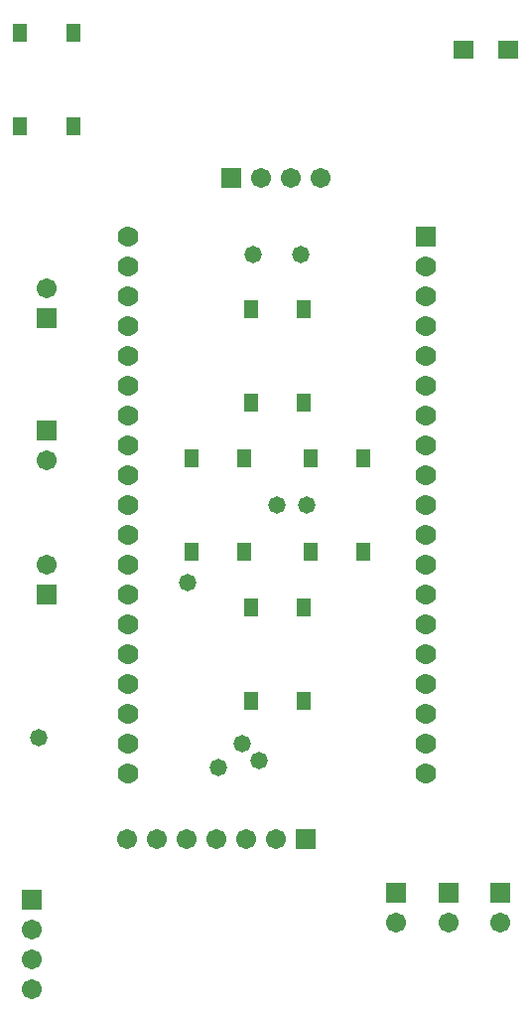
<source format=gts>
G04*
G04 #@! TF.GenerationSoftware,Altium Limited,Altium Designer,23.3.1 (30)*
G04*
G04 Layer_Color=8388736*
%FSLAX25Y25*%
%MOIN*%
G70*
G04*
G04 #@! TF.SameCoordinates,3938952C-0909-4C2D-B6D7-9D2AFB1CA47D*
G04*
G04*
G04 #@! TF.FilePolarity,Negative*
G04*
G01*
G75*
%ADD13R,0.05118X0.06102*%
%ADD14R,0.06890X0.05906*%
%ADD15C,0.06942*%
%ADD16R,0.06942X0.06942*%
%ADD17R,0.06706X0.06706*%
%ADD18C,0.06706*%
%ADD19R,0.06706X0.06706*%
%ADD20C,0.05800*%
D13*
X551142Y254350D02*
D03*
X571142Y335650D02*
D03*
X531142Y304350D02*
D03*
X473642Y478150D02*
D03*
X531142Y335650D02*
D03*
X571142Y304350D02*
D03*
X568858Y385650D02*
D03*
Y354350D02*
D03*
X551142Y385650D02*
D03*
Y354350D02*
D03*
X491358Y478150D02*
D03*
Y446850D02*
D03*
X473642D02*
D03*
X548858Y335650D02*
D03*
Y304350D02*
D03*
X588858Y335650D02*
D03*
Y304350D02*
D03*
X568858Y285650D02*
D03*
Y254350D02*
D03*
X551142Y285650D02*
D03*
D14*
X637382Y472500D02*
D03*
X622618D02*
D03*
D15*
X510000Y230000D02*
D03*
Y240000D02*
D03*
Y250000D02*
D03*
Y260000D02*
D03*
Y270000D02*
D03*
Y280000D02*
D03*
Y290000D02*
D03*
Y300000D02*
D03*
Y310000D02*
D03*
Y320000D02*
D03*
Y330000D02*
D03*
Y340000D02*
D03*
Y350000D02*
D03*
Y360000D02*
D03*
Y370000D02*
D03*
Y380000D02*
D03*
Y390000D02*
D03*
Y400000D02*
D03*
Y410000D02*
D03*
X610000Y240000D02*
D03*
Y250000D02*
D03*
Y260000D02*
D03*
Y270000D02*
D03*
Y280000D02*
D03*
Y290000D02*
D03*
Y300000D02*
D03*
Y310000D02*
D03*
Y320000D02*
D03*
Y330000D02*
D03*
Y340000D02*
D03*
Y350000D02*
D03*
Y360000D02*
D03*
Y370000D02*
D03*
Y380000D02*
D03*
Y390000D02*
D03*
Y230000D02*
D03*
Y400000D02*
D03*
D16*
Y410000D02*
D03*
D17*
X544500Y429500D02*
D03*
X569500Y208000D02*
D03*
D18*
X554500Y429500D02*
D03*
X564500D02*
D03*
X574500D02*
D03*
X477500Y177500D02*
D03*
Y167500D02*
D03*
Y157500D02*
D03*
X600000Y180000D02*
D03*
X482500Y335000D02*
D03*
Y392500D02*
D03*
Y300000D02*
D03*
X509500Y208000D02*
D03*
X519500D02*
D03*
X529500D02*
D03*
X539500D02*
D03*
X549500D02*
D03*
X559500D02*
D03*
X635000Y180000D02*
D03*
X617500D02*
D03*
D19*
X477500Y187500D02*
D03*
X600000Y190000D02*
D03*
X482500Y345000D02*
D03*
Y382500D02*
D03*
Y290000D02*
D03*
X635000Y190000D02*
D03*
X617500D02*
D03*
D20*
X480000Y242000D02*
D03*
X530000Y294000D02*
D03*
X540172Y231828D02*
D03*
X548172Y239828D02*
D03*
X553828Y234172D02*
D03*
X570000Y320000D02*
D03*
X560000D02*
D03*
X568000Y404000D02*
D03*
X552000D02*
D03*
M02*

</source>
